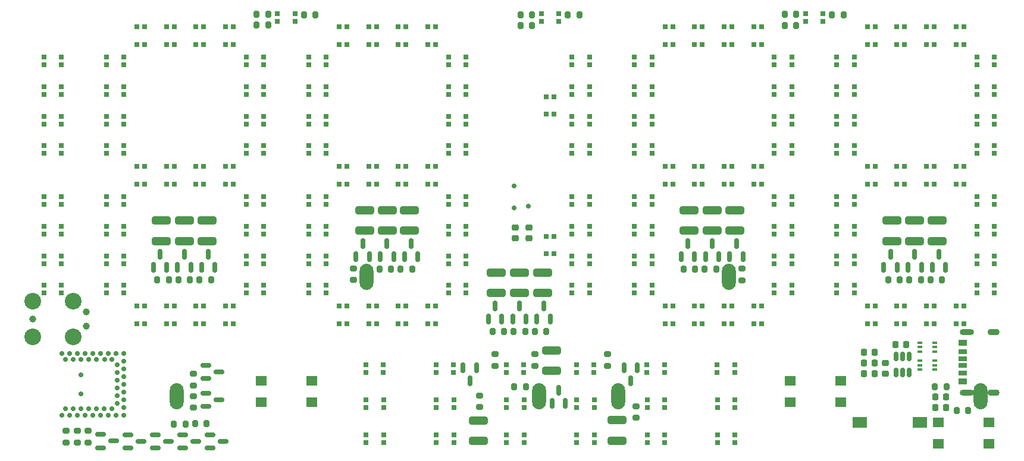
<source format=gbr>
%TF.GenerationSoftware,KiCad,Pcbnew,(6.0.4)*%
%TF.CreationDate,2024-03-18T00:53:08-04:00*%
%TF.ProjectId,Scoreboard,53636f72-6562-46f6-9172-642e6b696361,rev?*%
%TF.SameCoordinates,Original*%
%TF.FileFunction,Soldermask,Top*%
%TF.FilePolarity,Negative*%
%FSLAX46Y46*%
G04 Gerber Fmt 4.6, Leading zero omitted, Abs format (unit mm)*
G04 Created by KiCad (PCBNEW (6.0.4)) date 2024-03-18 00:53:08*
%MOMM*%
%LPD*%
G01*
G04 APERTURE LIST*
G04 Aperture macros list*
%AMRoundRect*
0 Rectangle with rounded corners*
0 $1 Rounding radius*
0 $2 $3 $4 $5 $6 $7 $8 $9 X,Y pos of 4 corners*
0 Add a 4 corners polygon primitive as box body*
4,1,4,$2,$3,$4,$5,$6,$7,$8,$9,$2,$3,0*
0 Add four circle primitives for the rounded corners*
1,1,$1+$1,$2,$3*
1,1,$1+$1,$4,$5*
1,1,$1+$1,$6,$7*
1,1,$1+$1,$8,$9*
0 Add four rect primitives between the rounded corners*
20,1,$1+$1,$2,$3,$4,$5,0*
20,1,$1+$1,$4,$5,$6,$7,0*
20,1,$1+$1,$6,$7,$8,$9,0*
20,1,$1+$1,$8,$9,$2,$3,0*%
G04 Aperture macros list end*
%ADD10R,0.800000X0.700000*%
%ADD11RoundRect,0.200000X0.200000X0.275000X-0.200000X0.275000X-0.200000X-0.275000X0.200000X-0.275000X0*%
%ADD12RoundRect,0.150000X0.150000X-0.587500X0.150000X0.587500X-0.150000X0.587500X-0.150000X-0.587500X0*%
%ADD13R,1.600000X1.400000*%
%ADD14R,0.700000X0.800000*%
%ADD15RoundRect,0.225000X0.225000X0.250000X-0.225000X0.250000X-0.225000X-0.250000X0.225000X-0.250000X0*%
%ADD16RoundRect,0.250000X1.075000X-0.312500X1.075000X0.312500X-1.075000X0.312500X-1.075000X-0.312500X0*%
%ADD17RoundRect,0.150000X-0.587500X-0.150000X0.587500X-0.150000X0.587500X0.150000X-0.587500X0.150000X0*%
%ADD18R,0.647700X0.304800*%
%ADD19RoundRect,0.200000X-0.200000X-0.275000X0.200000X-0.275000X0.200000X0.275000X-0.200000X0.275000X0*%
%ADD20RoundRect,0.225000X-0.225000X-0.250000X0.225000X-0.250000X0.225000X0.250000X-0.225000X0.250000X0*%
%ADD21R,2.000000X1.500000*%
%ADD22RoundRect,0.200000X-0.275000X0.200000X-0.275000X-0.200000X0.275000X-0.200000X0.275000X0.200000X0*%
%ADD23RoundRect,0.150000X0.150000X-0.512500X0.150000X0.512500X-0.150000X0.512500X-0.150000X-0.512500X0*%
%ADD24RoundRect,0.150000X-0.150000X0.587500X-0.150000X-0.587500X0.150000X-0.587500X0.150000X0.587500X0*%
%ADD25RoundRect,0.200000X0.275000X-0.200000X0.275000X0.200000X-0.275000X0.200000X-0.275000X-0.200000X0*%
%ADD26RoundRect,0.102000X-0.200000X0.200000X-0.200000X-0.200000X0.200000X-0.200000X0.200000X0.200000X0*%
%ADD27RoundRect,0.102000X0.200000X0.200000X-0.200000X0.200000X-0.200000X-0.200000X0.200000X-0.200000X0*%
%ADD28RoundRect,0.218750X-0.256250X0.218750X-0.256250X-0.218750X0.256250X-0.218750X0.256250X0.218750X0*%
%ADD29RoundRect,0.225000X0.250000X-0.225000X0.250000X0.225000X-0.250000X0.225000X-0.250000X-0.225000X0*%
%ADD30RoundRect,0.225000X-0.250000X0.225000X-0.250000X-0.225000X0.250000X-0.225000X0.250000X0.225000X0*%
%ADD31RoundRect,0.250000X-1.075000X0.312500X-1.075000X-0.312500X1.075000X-0.312500X1.075000X0.312500X0*%
%ADD32R,1.160000X0.700000*%
%ADD33R,1.160000X0.800000*%
%ADD34R,1.160000X0.900000*%
%ADD35O,1.700000X0.900000*%
%ADD36O,2.000000X0.900000*%
%ADD37O,1.964000X3.724000*%
%ADD38C,2.374900*%
%ADD39C,0.991000*%
%ADD40C,0.700000*%
G04 APERTURE END LIST*
D10*
%TO.C,D81*%
X175500000Y-42500000D03*
X173000000Y-42500000D03*
X173000000Y-41400000D03*
X175500000Y-41400000D03*
%TD*%
D11*
%TO.C,R8*%
X176125000Y-32650000D03*
X174475000Y-32650000D03*
%TD*%
D10*
%TO.C,D84*%
X175500000Y-62400000D03*
X173000000Y-62400000D03*
X173000000Y-61300000D03*
X175500000Y-61300000D03*
%TD*%
%TO.C,D145*%
X106750000Y-49800000D03*
X109250000Y-49800000D03*
X109250000Y-50900000D03*
X106750000Y-50900000D03*
%TD*%
%TO.C,D30*%
X144200000Y-45600000D03*
X146700000Y-45600000D03*
X146700000Y-46700000D03*
X144200000Y-46700000D03*
%TD*%
D12*
%TO.C,Q25*%
X120350000Y-65625000D03*
X122250000Y-65625000D03*
X121300000Y-63750000D03*
%TD*%
D10*
%TO.C,D62*%
X153100000Y-37200000D03*
X155600000Y-37200000D03*
X155600000Y-38300000D03*
X153100000Y-38300000D03*
%TD*%
%TO.C,D60*%
X153100000Y-65500000D03*
X155600000Y-65500000D03*
X155600000Y-66600000D03*
X153100000Y-66600000D03*
%TD*%
D13*
%TO.C,SW4*%
X196325000Y-92275000D03*
X203525000Y-92275000D03*
X203525000Y-89275000D03*
X196325000Y-89275000D03*
%TD*%
D14*
%TO.C,D65*%
X158550000Y-32850000D03*
X158550000Y-35350000D03*
X157450000Y-35350000D03*
X157450000Y-32850000D03*
%TD*%
%TO.C,D68*%
X166950000Y-52750000D03*
X166950000Y-55250000D03*
X165850000Y-55250000D03*
X165850000Y-52750000D03*
%TD*%
D10*
%TO.C,D12*%
X127400000Y-87125000D03*
X124900000Y-87125000D03*
X124900000Y-86025000D03*
X127400000Y-86025000D03*
%TD*%
D15*
%TO.C,C8*%
X187275000Y-79275000D03*
X185725000Y-79275000D03*
%TD*%
D10*
%TO.C,D59*%
X153100000Y-61300000D03*
X155600000Y-61300000D03*
X155600000Y-62400000D03*
X153100000Y-62400000D03*
%TD*%
%TO.C,D135*%
X100350000Y-70800000D03*
X97850000Y-70800000D03*
X97850000Y-69700000D03*
X100350000Y-69700000D03*
%TD*%
D14*
%TO.C,D153*%
X111100000Y-75150000D03*
X111100000Y-72650000D03*
X112200000Y-72650000D03*
X112200000Y-75150000D03*
%TD*%
%TO.C,D69*%
X157450000Y-75150000D03*
X157450000Y-72650000D03*
X158550000Y-72650000D03*
X158550000Y-75150000D03*
%TD*%
D10*
%TO.C,D148*%
X106750000Y-69700000D03*
X109250000Y-69700000D03*
X109250000Y-70800000D03*
X106750000Y-70800000D03*
%TD*%
D12*
%TO.C,Q24*%
X116925000Y-65625000D03*
X118825000Y-65625000D03*
X117875000Y-63750000D03*
%TD*%
D10*
%TO.C,D36*%
X144200000Y-41400000D03*
X146700000Y-41400000D03*
X146700000Y-42500000D03*
X144200000Y-42500000D03*
%TD*%
%TO.C,D14*%
X69050000Y-49800000D03*
X71550000Y-49800000D03*
X71550000Y-50900000D03*
X69050000Y-50900000D03*
%TD*%
%TO.C,D114*%
X77950000Y-45600000D03*
X80450000Y-45600000D03*
X80450000Y-46700000D03*
X77950000Y-46700000D03*
%TD*%
D16*
%TO.C,R27*%
X189750000Y-63400000D03*
X189750000Y-60475000D03*
%TD*%
D11*
%TO.C,R47*%
X164750000Y-67375000D03*
X163100000Y-67375000D03*
%TD*%
D10*
%TO.C,D90*%
X181900000Y-41400000D03*
X184400000Y-41400000D03*
X184400000Y-42500000D03*
X181900000Y-42500000D03*
%TD*%
%TO.C,D80*%
X175500000Y-70800000D03*
X173000000Y-70800000D03*
X173000000Y-69700000D03*
X175500000Y-69700000D03*
%TD*%
%TO.C,D141*%
X106750000Y-37200000D03*
X109250000Y-37200000D03*
X109250000Y-38300000D03*
X106750000Y-38300000D03*
%TD*%
%TO.C,D7*%
X69050000Y-69700000D03*
X71550000Y-69700000D03*
X71550000Y-70800000D03*
X69050000Y-70800000D03*
%TD*%
%TO.C,D15*%
X69050000Y-65500000D03*
X71550000Y-65500000D03*
X71550000Y-66600000D03*
X69050000Y-66600000D03*
%TD*%
D17*
%TO.C,Q7*%
X88775000Y-90975000D03*
X88775000Y-92875000D03*
X90650000Y-91925000D03*
%TD*%
D10*
%TO.C,D165*%
X129150000Y-46700000D03*
X126650000Y-46700000D03*
X126650000Y-45600000D03*
X129150000Y-45600000D03*
%TD*%
D14*
%TO.C,D121*%
X83400000Y-32850000D03*
X83400000Y-35350000D03*
X82300000Y-35350000D03*
X82300000Y-32850000D03*
%TD*%
D17*
%TO.C,Q2*%
X92675000Y-90975000D03*
X92675000Y-92875000D03*
X94550000Y-91925000D03*
%TD*%
D18*
%TO.C,U3*%
X195820100Y-79150000D03*
X195820100Y-78500001D03*
X195820100Y-77850002D03*
X193750000Y-77850002D03*
X193750000Y-78500001D03*
X193750000Y-79150000D03*
%TD*%
D11*
%TO.C,R53*%
X89850000Y-68875000D03*
X88200000Y-68875000D03*
%TD*%
D10*
%TO.C,D142*%
X106750000Y-45600000D03*
X109250000Y-45600000D03*
X109250000Y-46700000D03*
X106750000Y-46700000D03*
%TD*%
D19*
%TO.C,R39*%
X87575000Y-89450000D03*
X89225000Y-89450000D03*
%TD*%
D20*
%TO.C,C1*%
X195925000Y-85625000D03*
X197475000Y-85625000D03*
%TD*%
D10*
%TO.C,D57*%
X153100000Y-45600000D03*
X155600000Y-45600000D03*
X155600000Y-46700000D03*
X153100000Y-46700000D03*
%TD*%
%TO.C,D17*%
X137400000Y-87125000D03*
X134900000Y-87125000D03*
X134900000Y-86025000D03*
X137400000Y-86025000D03*
%TD*%
%TO.C,D79*%
X175500000Y-66600000D03*
X173000000Y-66600000D03*
X173000000Y-65500000D03*
X175500000Y-65500000D03*
%TD*%
D14*
%TO.C,D132*%
X94900000Y-75150000D03*
X94900000Y-72650000D03*
X96000000Y-72650000D03*
X96000000Y-75150000D03*
%TD*%
D12*
%TO.C,Q12*%
X139225000Y-74525000D03*
X141125000Y-74525000D03*
X140175000Y-72650000D03*
%TD*%
%TO.C,Q19*%
X195450000Y-67125000D03*
X197350000Y-67125000D03*
X196400000Y-65250000D03*
%TD*%
D11*
%TO.C,R57*%
X121475000Y-67375000D03*
X119825000Y-67375000D03*
%TD*%
D16*
%TO.C,R30*%
X114700000Y-61900000D03*
X114700000Y-58975000D03*
%TD*%
D10*
%TO.C,D106*%
X204300000Y-42500000D03*
X201800000Y-42500000D03*
X201800000Y-41400000D03*
X204300000Y-41400000D03*
%TD*%
%TO.C,D21*%
X147400000Y-92125000D03*
X144900000Y-92125000D03*
X144900000Y-91025000D03*
X147400000Y-91025000D03*
%TD*%
%TO.C,D119*%
X77950000Y-69700000D03*
X80450000Y-69700000D03*
X80450000Y-70800000D03*
X77950000Y-70800000D03*
%TD*%
%TO.C,D58*%
X153100000Y-41400000D03*
X155600000Y-41400000D03*
X155600000Y-42500000D03*
X153100000Y-42500000D03*
%TD*%
D14*
%TO.C,D71*%
X162750000Y-32850000D03*
X162750000Y-35350000D03*
X161650000Y-35350000D03*
X161650000Y-32850000D03*
%TD*%
%TO.C,D22*%
X141650000Y-42800000D03*
X141650000Y-45300000D03*
X140550000Y-45300000D03*
X140550000Y-42800000D03*
%TD*%
D12*
%TO.C,Q17*%
X188575000Y-67125000D03*
X190475000Y-67125000D03*
X189525000Y-65250000D03*
%TD*%
D14*
%TO.C,D152*%
X120600000Y-52750000D03*
X120600000Y-55250000D03*
X119500000Y-55250000D03*
X119500000Y-52750000D03*
%TD*%
D21*
%TO.C,BZ1*%
X185175000Y-89252939D03*
X193675000Y-89252939D03*
%TD*%
D20*
%TO.C,C7*%
X195925000Y-87125000D03*
X197475000Y-87125000D03*
%TD*%
D18*
%TO.C,U4*%
X195820100Y-81724998D03*
X195820100Y-81074999D03*
X195820100Y-80425000D03*
X193750000Y-80425000D03*
X193750000Y-81074999D03*
X193750000Y-81724998D03*
%TD*%
D14*
%TO.C,D66*%
X158550000Y-52750000D03*
X158550000Y-55250000D03*
X157450000Y-55250000D03*
X157450000Y-52750000D03*
%TD*%
D10*
%TO.C,D144*%
X106750000Y-65500000D03*
X109250000Y-65500000D03*
X109250000Y-66600000D03*
X106750000Y-66600000D03*
%TD*%
D12*
%TO.C,Q20*%
X84625000Y-67125000D03*
X86525000Y-67125000D03*
X85575000Y-65250000D03*
%TD*%
D11*
%TO.C,R5*%
X138550000Y-32650000D03*
X136900000Y-32650000D03*
%TD*%
D14*
%TO.C,D150*%
X112200000Y-52750000D03*
X112200000Y-55250000D03*
X111100000Y-55250000D03*
X111100000Y-52750000D03*
%TD*%
%TO.C,D131*%
X86500000Y-75150000D03*
X86500000Y-72650000D03*
X87600000Y-72650000D03*
X87600000Y-75150000D03*
%TD*%
D11*
%TO.C,R6*%
X176125000Y-31050000D03*
X174475000Y-31050000D03*
%TD*%
D10*
%TO.C,D108*%
X204300000Y-58200000D03*
X201800000Y-58200000D03*
X201800000Y-57100000D03*
X204300000Y-57100000D03*
%TD*%
D14*
%TO.C,D72*%
X162750000Y-52750000D03*
X162750000Y-55250000D03*
X161650000Y-55250000D03*
X161650000Y-52750000D03*
%TD*%
D10*
%TO.C,D163*%
X129150000Y-70800000D03*
X126650000Y-70800000D03*
X126650000Y-69700000D03*
X129150000Y-69700000D03*
%TD*%
D17*
%TO.C,Q3*%
X84875000Y-90975000D03*
X84875000Y-92875000D03*
X86750000Y-91925000D03*
%TD*%
D10*
%TO.C,D112*%
X204300000Y-66600000D03*
X201800000Y-66600000D03*
X201800000Y-65500000D03*
X204300000Y-65500000D03*
%TD*%
D14*
%TO.C,D123*%
X91800000Y-32850000D03*
X91800000Y-35350000D03*
X90700000Y-35350000D03*
X90700000Y-32850000D03*
%TD*%
%TO.C,D23*%
X141650000Y-62700000D03*
X141650000Y-65200000D03*
X140550000Y-65200000D03*
X140550000Y-62700000D03*
%TD*%
D13*
%TO.C,SW2*%
X175225000Y-86325000D03*
X182425000Y-86325000D03*
X182425000Y-83325000D03*
X175225000Y-83325000D03*
%TD*%
D10*
%TO.C,D35*%
X177425000Y-31025000D03*
X179925000Y-31025000D03*
X179925000Y-32125000D03*
X177425000Y-32125000D03*
%TD*%
D17*
%TO.C,Q6*%
X77100000Y-90950000D03*
X77100000Y-92850000D03*
X78975000Y-91900000D03*
%TD*%
D16*
%TO.C,R24*%
X160875000Y-61900000D03*
X160875000Y-58975000D03*
%TD*%
D22*
%TO.C,R19*%
X133275000Y-79525000D03*
X133275000Y-81175000D03*
%TD*%
D10*
%TO.C,D29*%
X144200000Y-57100000D03*
X146700000Y-57100000D03*
X146700000Y-58200000D03*
X144200000Y-58200000D03*
%TD*%
D14*
%TO.C,D100*%
X191550000Y-52750000D03*
X191550000Y-55250000D03*
X190450000Y-55250000D03*
X190450000Y-52750000D03*
%TD*%
D11*
%TO.C,R44*%
X140550000Y-76275000D03*
X138900000Y-76275000D03*
%TD*%
%TO.C,R3*%
X138550000Y-31125000D03*
X136900000Y-31125000D03*
%TD*%
D10*
%TO.C,D38*%
X144200000Y-49800000D03*
X146700000Y-49800000D03*
X146700000Y-50900000D03*
X144200000Y-50900000D03*
%TD*%
D14*
%TO.C,D149*%
X112200000Y-32850000D03*
X112200000Y-35350000D03*
X111100000Y-35350000D03*
X111100000Y-32850000D03*
%TD*%
D10*
%TO.C,D91*%
X181900000Y-57100000D03*
X184400000Y-57100000D03*
X184400000Y-58200000D03*
X181900000Y-58200000D03*
%TD*%
D19*
%TO.C,R13*%
X106075000Y-31150000D03*
X107725000Y-31150000D03*
%TD*%
D23*
%TO.C,U1*%
X190300000Y-82125000D03*
X191250000Y-82125000D03*
X192200000Y-82125000D03*
X192200000Y-79850000D03*
X191250000Y-79850000D03*
X190300000Y-79850000D03*
%TD*%
D10*
%TO.C,D161*%
X129150000Y-42500000D03*
X126650000Y-42500000D03*
X126650000Y-41400000D03*
X129150000Y-41400000D03*
%TD*%
%TO.C,D24*%
X139825000Y-31025000D03*
X142325000Y-31025000D03*
X142325000Y-32125000D03*
X139825000Y-32125000D03*
%TD*%
D17*
%TO.C,Q5*%
X92075000Y-81075000D03*
X92075000Y-82975000D03*
X93950000Y-82025000D03*
%TD*%
D24*
%TO.C,Q13*%
X153500000Y-81425000D03*
X151600000Y-81425000D03*
X152550000Y-83300000D03*
%TD*%
D11*
%TO.C,R54*%
X92850000Y-68875000D03*
X91200000Y-68875000D03*
%TD*%
D10*
%TO.C,D9*%
X69050000Y-41400000D03*
X71550000Y-41400000D03*
X71550000Y-42500000D03*
X69050000Y-42500000D03*
%TD*%
D16*
%TO.C,R28*%
X192975000Y-63400000D03*
X192975000Y-60475000D03*
%TD*%
D10*
%TO.C,D115*%
X77950000Y-57100000D03*
X80450000Y-57100000D03*
X80450000Y-58200000D03*
X77950000Y-58200000D03*
%TD*%
D19*
%TO.C,R4*%
X143600000Y-31150000D03*
X145250000Y-31150000D03*
%TD*%
D10*
%TO.C,D83*%
X175500000Y-58200000D03*
X173000000Y-58200000D03*
X173000000Y-57100000D03*
X175500000Y-57100000D03*
%TD*%
D14*
%TO.C,D154*%
X119500000Y-75150000D03*
X119500000Y-72650000D03*
X120600000Y-72650000D03*
X120600000Y-75150000D03*
%TD*%
D22*
%TO.C,R15*%
X138950000Y-79525000D03*
X138950000Y-81175000D03*
%TD*%
%TO.C,R45*%
X153350000Y-86925000D03*
X153350000Y-88575000D03*
%TD*%
D10*
%TO.C,D167*%
X129150000Y-66600000D03*
X126650000Y-66600000D03*
X126650000Y-65500000D03*
X129150000Y-65500000D03*
%TD*%
D22*
%TO.C,R36*%
X90325000Y-85475000D03*
X90325000Y-87125000D03*
%TD*%
D10*
%TO.C,D34*%
X167400000Y-92125000D03*
X164900000Y-92125000D03*
X164900000Y-91025000D03*
X167400000Y-91025000D03*
%TD*%
D15*
%TO.C,C2*%
X191800000Y-78150000D03*
X190250000Y-78150000D03*
%TD*%
D11*
%TO.C,R1*%
X197500000Y-84125000D03*
X195850000Y-84125000D03*
%TD*%
D10*
%TO.C,D146*%
X106750000Y-41400000D03*
X109250000Y-41400000D03*
X109250000Y-42500000D03*
X106750000Y-42500000D03*
%TD*%
D11*
%TO.C,R50*%
X193850000Y-68875000D03*
X192200000Y-68875000D03*
%TD*%
D14*
%TO.C,D67*%
X166950000Y-32850000D03*
X166950000Y-35350000D03*
X165850000Y-35350000D03*
X165850000Y-32850000D03*
%TD*%
D10*
%TO.C,D25*%
X157350000Y-82125000D03*
X154850000Y-82125000D03*
X154850000Y-81025000D03*
X157350000Y-81025000D03*
%TD*%
D14*
%TO.C,D74*%
X171150000Y-52750000D03*
X171150000Y-55250000D03*
X170050000Y-55250000D03*
X170050000Y-52750000D03*
%TD*%
D11*
%TO.C,R51*%
X196850000Y-68875000D03*
X195200000Y-68875000D03*
%TD*%
D14*
%TO.C,D98*%
X194650000Y-75150000D03*
X194650000Y-72650000D03*
X195750000Y-72650000D03*
X195750000Y-75150000D03*
%TD*%
D10*
%TO.C,D11*%
X127350000Y-82125000D03*
X124850000Y-82125000D03*
X124850000Y-81025000D03*
X127350000Y-81025000D03*
%TD*%
%TO.C,D147*%
X106750000Y-57100000D03*
X109250000Y-57100000D03*
X109250000Y-58200000D03*
X106750000Y-58200000D03*
%TD*%
D12*
%TO.C,Q18*%
X192025000Y-67125000D03*
X193925000Y-67125000D03*
X192975000Y-65250000D03*
%TD*%
D10*
%TO.C,D78*%
X175500000Y-50900000D03*
X173000000Y-50900000D03*
X173000000Y-49800000D03*
X175500000Y-49800000D03*
%TD*%
%TO.C,D105*%
X204300000Y-38300000D03*
X201800000Y-38300000D03*
X201800000Y-37200000D03*
X204300000Y-37200000D03*
%TD*%
D25*
%TO.C,R37*%
X90325000Y-83975000D03*
X90325000Y-82325000D03*
%TD*%
D10*
%TO.C,D10*%
X69050000Y-61300000D03*
X71550000Y-61300000D03*
X71550000Y-62400000D03*
X69050000Y-62400000D03*
%TD*%
D12*
%TO.C,Q22*%
X91500000Y-67125000D03*
X93400000Y-67125000D03*
X92450000Y-65250000D03*
%TD*%
D11*
%TO.C,R2*%
X200575000Y-87525000D03*
X198925000Y-87525000D03*
%TD*%
D10*
%TO.C,D77*%
X175500000Y-38300000D03*
X173000000Y-38300000D03*
X173000000Y-37200000D03*
X175500000Y-37200000D03*
%TD*%
%TO.C,D61*%
X153100000Y-49800000D03*
X155600000Y-49800000D03*
X155600000Y-50900000D03*
X153100000Y-50900000D03*
%TD*%
%TO.C,D33*%
X167400000Y-87125000D03*
X164900000Y-87125000D03*
X164900000Y-86025000D03*
X167400000Y-86025000D03*
%TD*%
D11*
%TO.C,R49*%
X190850000Y-68875000D03*
X189200000Y-68875000D03*
%TD*%
D14*
%TO.C,D73*%
X171150000Y-32850000D03*
X171150000Y-35350000D03*
X170050000Y-35350000D03*
X170050000Y-32850000D03*
%TD*%
D10*
%TO.C,D138*%
X100350000Y-50900000D03*
X97850000Y-50900000D03*
X97850000Y-49800000D03*
X100350000Y-49800000D03*
%TD*%
D17*
%TO.C,Q4*%
X92075000Y-85075000D03*
X92075000Y-86975000D03*
X93950000Y-86025000D03*
%TD*%
D10*
%TO.C,D19*%
X147350000Y-82125000D03*
X144850000Y-82125000D03*
X144850000Y-81025000D03*
X147350000Y-81025000D03*
%TD*%
D14*
%TO.C,D130*%
X91800000Y-52750000D03*
X91800000Y-55250000D03*
X90700000Y-55250000D03*
X90700000Y-52750000D03*
%TD*%
D22*
%TO.C,R17*%
X149250000Y-79525000D03*
X149250000Y-81175000D03*
%TD*%
D14*
%TO.C,D126*%
X90700000Y-75150000D03*
X90700000Y-72650000D03*
X91800000Y-72650000D03*
X91800000Y-75150000D03*
%TD*%
D15*
%TO.C,C3*%
X187300000Y-82275000D03*
X185750000Y-82275000D03*
%TD*%
D10*
%TO.C,D1*%
X117350000Y-82125000D03*
X114850000Y-82125000D03*
X114850000Y-81025000D03*
X117350000Y-81025000D03*
%TD*%
D14*
%TO.C,D155*%
X116400000Y-32850000D03*
X116400000Y-35350000D03*
X115300000Y-35350000D03*
X115300000Y-32850000D03*
%TD*%
D10*
%TO.C,D107*%
X204300000Y-70800000D03*
X201800000Y-70800000D03*
X201800000Y-69700000D03*
X204300000Y-69700000D03*
%TD*%
%TO.C,D82*%
X175500000Y-46700000D03*
X173000000Y-46700000D03*
X173000000Y-45600000D03*
X175500000Y-45600000D03*
%TD*%
%TO.C,D5*%
X69050000Y-57100000D03*
X71550000Y-57100000D03*
X71550000Y-58200000D03*
X69050000Y-58200000D03*
%TD*%
%TO.C,D110*%
X204300000Y-46700000D03*
X201800000Y-46700000D03*
X201800000Y-45600000D03*
X204300000Y-45600000D03*
%TD*%
D25*
%TO.C,R55*%
X113075000Y-68950000D03*
X113075000Y-67300000D03*
%TD*%
D14*
%TO.C,D76*%
X170050000Y-75150000D03*
X170050000Y-72650000D03*
X171150000Y-72650000D03*
X171150000Y-75150000D03*
%TD*%
D16*
%TO.C,R22*%
X140000000Y-70800000D03*
X140000000Y-67875000D03*
%TD*%
D10*
%TO.C,D2*%
X117400000Y-87125000D03*
X114900000Y-87125000D03*
X114900000Y-86025000D03*
X117400000Y-86025000D03*
%TD*%
D24*
%TO.C,Q11*%
X130625000Y-81425000D03*
X128725000Y-81425000D03*
X129675000Y-83300000D03*
%TD*%
D14*
%TO.C,D122*%
X83400000Y-52750000D03*
X83400000Y-55250000D03*
X82300000Y-55250000D03*
X82300000Y-52750000D03*
%TD*%
D25*
%TO.C,R48*%
X168400000Y-69000000D03*
X168400000Y-67350000D03*
%TD*%
D10*
%TO.C,D133*%
X100350000Y-38300000D03*
X97850000Y-38300000D03*
X97850000Y-37200000D03*
X100350000Y-37200000D03*
%TD*%
%TO.C,D140*%
X100350000Y-62400000D03*
X97850000Y-62400000D03*
X97850000Y-61300000D03*
X100350000Y-61300000D03*
%TD*%
%TO.C,D18*%
X137400000Y-92125000D03*
X134900000Y-92125000D03*
X134900000Y-91025000D03*
X137400000Y-91025000D03*
%TD*%
%TO.C,D113*%
X77950000Y-49800000D03*
X80450000Y-49800000D03*
X80450000Y-50900000D03*
X77950000Y-50900000D03*
%TD*%
D14*
%TO.C,D160*%
X123700000Y-75150000D03*
X123700000Y-72650000D03*
X124800000Y-72650000D03*
X124800000Y-75150000D03*
%TD*%
%TO.C,D128*%
X96000000Y-52750000D03*
X96000000Y-55250000D03*
X94900000Y-55250000D03*
X94900000Y-52750000D03*
%TD*%
D10*
%TO.C,D134*%
X100350000Y-42500000D03*
X97850000Y-42500000D03*
X97850000Y-41400000D03*
X100350000Y-41400000D03*
%TD*%
%TO.C,D31*%
X144200000Y-61300000D03*
X146700000Y-61300000D03*
X146700000Y-62400000D03*
X144200000Y-62400000D03*
%TD*%
D11*
%TO.C,R40*%
X137550000Y-76275000D03*
X135900000Y-76275000D03*
%TD*%
D26*
%TO.C,U2*%
X71609600Y-88192750D03*
D27*
X72159600Y-87292750D03*
X72709600Y-88192750D03*
X73259600Y-87292750D03*
X73809600Y-88192750D03*
X74359600Y-87292750D03*
X74909600Y-88192750D03*
D26*
X75459600Y-87292750D03*
D27*
X76009600Y-88192750D03*
X76559600Y-87292750D03*
X77109600Y-88192750D03*
X77659600Y-87292750D03*
X78209600Y-88192750D03*
X78759600Y-87292750D03*
X79309600Y-88192750D03*
X80409600Y-88192750D03*
X80409600Y-87092750D03*
D26*
X79499600Y-86542750D03*
D27*
X80409600Y-85992750D03*
X79509600Y-85442750D03*
X80409600Y-84892750D03*
X79509600Y-84342750D03*
D26*
X80409600Y-83792750D03*
D27*
X79509600Y-83242750D03*
X80409600Y-82692750D03*
X79509600Y-82142750D03*
X80409600Y-81592750D03*
X79509600Y-81042750D03*
X80409600Y-80492750D03*
D26*
X80409600Y-79392750D03*
D27*
X79309600Y-79392750D03*
X78759600Y-80292750D03*
X78209600Y-79392750D03*
X77749600Y-80292750D03*
X77109600Y-79392750D03*
X76559600Y-80292750D03*
X76009600Y-79392750D03*
X75459600Y-80292750D03*
X74909600Y-79392750D03*
X74359600Y-80292750D03*
X73809600Y-79392750D03*
X73259600Y-80292750D03*
X72709600Y-79392750D03*
X72159600Y-80292750D03*
X71609600Y-79392750D03*
X74359600Y-82442750D03*
X74359600Y-85142750D03*
%TD*%
D10*
%TO.C,D88*%
X181900000Y-65500000D03*
X184400000Y-65500000D03*
X184400000Y-66600000D03*
X181900000Y-66600000D03*
%TD*%
D28*
%TO.C,L1*%
X188775000Y-80750000D03*
X188775000Y-82325000D03*
%TD*%
D10*
%TO.C,D109*%
X204300000Y-50900000D03*
X201800000Y-50900000D03*
X201800000Y-49800000D03*
X204300000Y-49800000D03*
%TD*%
%TO.C,D85*%
X181900000Y-49800000D03*
X184400000Y-49800000D03*
X184400000Y-50900000D03*
X181900000Y-50900000D03*
%TD*%
D15*
%TO.C,C4*%
X187275000Y-80775000D03*
X185725000Y-80775000D03*
%TD*%
D10*
%TO.C,D20*%
X147400000Y-87125000D03*
X144900000Y-87125000D03*
X144900000Y-86025000D03*
X147400000Y-86025000D03*
%TD*%
D14*
%TO.C,D103*%
X190450000Y-75150000D03*
X190450000Y-72650000D03*
X191550000Y-72650000D03*
X191550000Y-75150000D03*
%TD*%
D11*
%TO.C,R46*%
X161750000Y-67375000D03*
X160100000Y-67375000D03*
%TD*%
D14*
%TO.C,D124*%
X87600000Y-52750000D03*
X87600000Y-55250000D03*
X86500000Y-55250000D03*
X86500000Y-52750000D03*
%TD*%
D10*
%TO.C,D86*%
X181900000Y-45600000D03*
X184400000Y-45600000D03*
X184400000Y-46700000D03*
X181900000Y-46700000D03*
%TD*%
D14*
%TO.C,D104*%
X198850000Y-75150000D03*
X198850000Y-72650000D03*
X199950000Y-72650000D03*
X199950000Y-75150000D03*
%TD*%
D16*
%TO.C,R26*%
X167375000Y-61900000D03*
X167375000Y-58975000D03*
%TD*%
D14*
%TO.C,D156*%
X116400000Y-52750000D03*
X116400000Y-55250000D03*
X115300000Y-55250000D03*
X115300000Y-52750000D03*
%TD*%
D16*
%TO.C,R11*%
X92300000Y-63400000D03*
X92300000Y-60475000D03*
%TD*%
D25*
%TO.C,R43*%
X131025000Y-87075000D03*
X131025000Y-85425000D03*
%TD*%
D29*
%TO.C,C5*%
X138125000Y-62975000D03*
X138125000Y-61425000D03*
%TD*%
D10*
%TO.C,D13*%
X127400000Y-92125000D03*
X124900000Y-92125000D03*
X124900000Y-91025000D03*
X127400000Y-91025000D03*
%TD*%
D16*
%TO.C,R20*%
X133450000Y-70800000D03*
X133450000Y-67875000D03*
%TD*%
D12*
%TO.C,Q14*%
X159750000Y-65625000D03*
X161650000Y-65625000D03*
X160700000Y-63750000D03*
%TD*%
D25*
%TO.C,R33*%
X73825000Y-92100000D03*
X73825000Y-90450000D03*
%TD*%
D14*
%TO.C,D125*%
X82300000Y-75150000D03*
X82300000Y-72650000D03*
X83400000Y-72650000D03*
X83400000Y-75150000D03*
%TD*%
D16*
%TO.C,R18*%
X141300000Y-81900000D03*
X141300000Y-78975000D03*
%TD*%
D14*
%TO.C,D75*%
X161650000Y-75150000D03*
X161650000Y-72650000D03*
X162750000Y-72650000D03*
X162750000Y-75150000D03*
%TD*%
D12*
%TO.C,Q23*%
X113475000Y-65625000D03*
X115375000Y-65625000D03*
X114425000Y-63750000D03*
%TD*%
D10*
%TO.C,D162*%
X129150000Y-38300000D03*
X126650000Y-38300000D03*
X126650000Y-37200000D03*
X129150000Y-37200000D03*
%TD*%
%TO.C,D87*%
X181900000Y-69700000D03*
X184400000Y-69700000D03*
X184400000Y-70800000D03*
X181900000Y-70800000D03*
%TD*%
D14*
%TO.C,D158*%
X124800000Y-52750000D03*
X124800000Y-55250000D03*
X123700000Y-55250000D03*
X123700000Y-52750000D03*
%TD*%
%TO.C,D101*%
X199950000Y-32850000D03*
X199950000Y-35350000D03*
X198850000Y-35350000D03*
X198850000Y-32850000D03*
%TD*%
D10*
%TO.C,D120*%
X77950000Y-65500000D03*
X80450000Y-65500000D03*
X80450000Y-66600000D03*
X77950000Y-66600000D03*
%TD*%
%TO.C,D118*%
X77950000Y-41400000D03*
X80450000Y-41400000D03*
X80450000Y-42500000D03*
X77950000Y-42500000D03*
%TD*%
%TO.C,D37*%
X144200000Y-69700000D03*
X146700000Y-69700000D03*
X146700000Y-70800000D03*
X144200000Y-70800000D03*
%TD*%
D14*
%TO.C,D96*%
X195750000Y-52750000D03*
X195750000Y-55250000D03*
X194650000Y-55250000D03*
X194650000Y-52750000D03*
%TD*%
D10*
%TO.C,D168*%
X129150000Y-62400000D03*
X126650000Y-62400000D03*
X126650000Y-61300000D03*
X129150000Y-61300000D03*
%TD*%
D16*
%TO.C,R9*%
X85750000Y-63400000D03*
X85750000Y-60475000D03*
%TD*%
D14*
%TO.C,D93*%
X187350000Y-32850000D03*
X187350000Y-35350000D03*
X186250000Y-35350000D03*
X186250000Y-32850000D03*
%TD*%
D16*
%TO.C,R16*%
X136725000Y-70800000D03*
X136725000Y-67875000D03*
%TD*%
%TO.C,R10*%
X89025000Y-63400000D03*
X89025000Y-60475000D03*
%TD*%
D25*
%TO.C,R35*%
X72250000Y-92100000D03*
X72250000Y-90450000D03*
%TD*%
D10*
%TO.C,D92*%
X181900000Y-61300000D03*
X184400000Y-61300000D03*
X184400000Y-62400000D03*
X181900000Y-62400000D03*
%TD*%
%TO.C,D164*%
X129150000Y-58200000D03*
X126650000Y-58200000D03*
X126650000Y-57100000D03*
X129150000Y-57100000D03*
%TD*%
%TO.C,D136*%
X100350000Y-66600000D03*
X97850000Y-66600000D03*
X97850000Y-65500000D03*
X100350000Y-65500000D03*
%TD*%
D11*
%TO.C,R12*%
X101000000Y-31075000D03*
X99350000Y-31075000D03*
%TD*%
D10*
%TO.C,D111*%
X204300000Y-62400000D03*
X201800000Y-62400000D03*
X201800000Y-61300000D03*
X204300000Y-61300000D03*
%TD*%
%TO.C,D39*%
X144200000Y-65500000D03*
X146700000Y-65500000D03*
X146700000Y-66600000D03*
X144200000Y-66600000D03*
%TD*%
D14*
%TO.C,D102*%
X199950000Y-52750000D03*
X199950000Y-55250000D03*
X198850000Y-55250000D03*
X198850000Y-52750000D03*
%TD*%
D10*
%TO.C,D3*%
X117400000Y-92125000D03*
X114900000Y-92125000D03*
X114900000Y-91025000D03*
X117400000Y-91025000D03*
%TD*%
%TO.C,D64*%
X153100000Y-69700000D03*
X155600000Y-69700000D03*
X155600000Y-70800000D03*
X153100000Y-70800000D03*
%TD*%
D13*
%TO.C,SW3*%
X100025000Y-86350000D03*
X107225000Y-86350000D03*
X107225000Y-83350000D03*
X100025000Y-83350000D03*
%TD*%
D10*
%TO.C,D137*%
X100350000Y-46700000D03*
X97850000Y-46700000D03*
X97850000Y-45600000D03*
X100350000Y-45600000D03*
%TD*%
%TO.C,D32*%
X167350000Y-82125000D03*
X164850000Y-82125000D03*
X164850000Y-81025000D03*
X167350000Y-81025000D03*
%TD*%
D16*
%TO.C,R32*%
X121075000Y-61900000D03*
X121075000Y-58975000D03*
%TD*%
D10*
%TO.C,D143*%
X106750000Y-61300000D03*
X109250000Y-61300000D03*
X109250000Y-62400000D03*
X106750000Y-62400000D03*
%TD*%
D12*
%TO.C,Q16*%
X166650000Y-65625000D03*
X168550000Y-65625000D03*
X167600000Y-63750000D03*
%TD*%
D10*
%TO.C,D6*%
X69050000Y-45600000D03*
X71550000Y-45600000D03*
X71550000Y-46700000D03*
X69050000Y-46700000D03*
%TD*%
D14*
%TO.C,D95*%
X195750000Y-32850000D03*
X195750000Y-35350000D03*
X194650000Y-35350000D03*
X194650000Y-32850000D03*
%TD*%
D11*
%TO.C,R52*%
X86850000Y-68875000D03*
X85200000Y-68875000D03*
%TD*%
D10*
%TO.C,D27*%
X157400000Y-92125000D03*
X154900000Y-92125000D03*
X154900000Y-91025000D03*
X157400000Y-91025000D03*
%TD*%
%TO.C,D16*%
X137350000Y-82125000D03*
X134850000Y-82125000D03*
X134850000Y-81025000D03*
X137350000Y-81025000D03*
%TD*%
D30*
%TO.C,C6*%
X136150000Y-61450000D03*
X136150000Y-63000000D03*
%TD*%
D10*
%TO.C,D139*%
X100350000Y-58200000D03*
X97850000Y-58200000D03*
X97850000Y-57100000D03*
X100350000Y-57100000D03*
%TD*%
%TO.C,D4*%
X69050000Y-37200000D03*
X71550000Y-37200000D03*
X71550000Y-38300000D03*
X69050000Y-38300000D03*
%TD*%
D14*
%TO.C,D129*%
X96000000Y-32850000D03*
X96000000Y-35350000D03*
X94900000Y-35350000D03*
X94900000Y-32850000D03*
%TD*%
D10*
%TO.C,D63*%
X153100000Y-57100000D03*
X155600000Y-57100000D03*
X155600000Y-58200000D03*
X153100000Y-58200000D03*
%TD*%
D16*
%TO.C,R29*%
X196200000Y-63400000D03*
X196200000Y-60475000D03*
%TD*%
D31*
%TO.C,R21*%
X130875000Y-88975000D03*
X130875000Y-91900000D03*
%TD*%
D14*
%TO.C,D159*%
X115300000Y-75150000D03*
X115300000Y-72650000D03*
X116400000Y-72650000D03*
X116400000Y-75150000D03*
%TD*%
D10*
%TO.C,D116*%
X77950000Y-61300000D03*
X80450000Y-61300000D03*
X80450000Y-62400000D03*
X77950000Y-62400000D03*
%TD*%
%TO.C,D8*%
X102275000Y-31025000D03*
X104775000Y-31025000D03*
X104775000Y-32125000D03*
X102275000Y-32125000D03*
%TD*%
%TO.C,D117*%
X77950000Y-37200000D03*
X80450000Y-37200000D03*
X80450000Y-38300000D03*
X77950000Y-38300000D03*
%TD*%
D12*
%TO.C,Q10*%
X132325000Y-74525000D03*
X134225000Y-74525000D03*
X133275000Y-72650000D03*
%TD*%
D10*
%TO.C,D28*%
X144200000Y-37200000D03*
X146700000Y-37200000D03*
X146700000Y-38300000D03*
X144200000Y-38300000D03*
%TD*%
D11*
%TO.C,R14*%
X101000000Y-32600000D03*
X99350000Y-32600000D03*
%TD*%
D19*
%TO.C,R34*%
X90575000Y-89425000D03*
X92225000Y-89425000D03*
%TD*%
D14*
%TO.C,D127*%
X87600000Y-32850000D03*
X87600000Y-35350000D03*
X86500000Y-35350000D03*
X86500000Y-32850000D03*
%TD*%
D17*
%TO.C,Q1*%
X81000000Y-90975000D03*
X81000000Y-92875000D03*
X82875000Y-91925000D03*
%TD*%
D10*
%TO.C,D26*%
X157400000Y-87125000D03*
X154900000Y-87125000D03*
X154900000Y-86025000D03*
X157400000Y-86025000D03*
%TD*%
D14*
%TO.C,D94*%
X187350000Y-52750000D03*
X187350000Y-55250000D03*
X186250000Y-55250000D03*
X186250000Y-52750000D03*
%TD*%
%TO.C,D70*%
X165850000Y-75150000D03*
X165850000Y-72650000D03*
X166950000Y-72650000D03*
X166950000Y-75150000D03*
%TD*%
D19*
%TO.C,R7*%
X181200000Y-31125000D03*
X182850000Y-31125000D03*
%TD*%
D14*
%TO.C,D97*%
X186250000Y-75150000D03*
X186250000Y-72650000D03*
X187350000Y-72650000D03*
X187350000Y-75150000D03*
%TD*%
D19*
%TO.C,R42*%
X132900000Y-76275000D03*
X134550000Y-76275000D03*
%TD*%
D11*
%TO.C,R56*%
X118475000Y-67375000D03*
X116825000Y-67375000D03*
%TD*%
D19*
%TO.C,R41*%
X136000000Y-84125000D03*
X137650000Y-84125000D03*
%TD*%
D14*
%TO.C,D151*%
X120600000Y-32850000D03*
X120600000Y-35350000D03*
X119500000Y-35350000D03*
X119500000Y-32850000D03*
%TD*%
%TO.C,D157*%
X124800000Y-32850000D03*
X124800000Y-35350000D03*
X123700000Y-35350000D03*
X123700000Y-32850000D03*
%TD*%
D31*
%TO.C,R23*%
X150575000Y-88925000D03*
X150575000Y-91850000D03*
%TD*%
D16*
%TO.C,R31*%
X117900000Y-61900000D03*
X117900000Y-58975000D03*
%TD*%
D12*
%TO.C,Q15*%
X163200000Y-65625000D03*
X165100000Y-65625000D03*
X164150000Y-63750000D03*
%TD*%
D14*
%TO.C,D99*%
X191550000Y-32850000D03*
X191550000Y-35350000D03*
X190450000Y-35350000D03*
X190450000Y-32850000D03*
%TD*%
D12*
%TO.C,Q21*%
X88075000Y-67125000D03*
X89975000Y-67125000D03*
X89025000Y-65250000D03*
%TD*%
D10*
%TO.C,D89*%
X181900000Y-37200000D03*
X184400000Y-37200000D03*
X184400000Y-38300000D03*
X181900000Y-38300000D03*
%TD*%
D32*
%TO.C,P1*%
X199815000Y-81150000D03*
D33*
X199815000Y-79130000D03*
D34*
X199815000Y-77900000D03*
D32*
X199815000Y-80150000D03*
D33*
X199815000Y-82170000D03*
D34*
X199815000Y-83400000D03*
D35*
X204195000Y-76330000D03*
D36*
X200395000Y-84970000D03*
D35*
X204195000Y-84970000D03*
D36*
X200395000Y-76330000D03*
%TD*%
D12*
%TO.C,Q9*%
X141350000Y-86525000D03*
X143250000Y-86525000D03*
X142300000Y-84650000D03*
%TD*%
D25*
%TO.C,R38*%
X75350000Y-92100000D03*
X75350000Y-90450000D03*
%TD*%
D10*
%TO.C,D166*%
X129150000Y-50900000D03*
X126650000Y-50900000D03*
X126650000Y-49800000D03*
X129150000Y-49800000D03*
%TD*%
D12*
%TO.C,Q8*%
X135775000Y-74525000D03*
X137675000Y-74525000D03*
X136725000Y-72650000D03*
%TD*%
D16*
%TO.C,R25*%
X164125000Y-61900000D03*
X164125000Y-58975000D03*
%TD*%
D37*
%TO.C,BT2*%
X202325000Y-85525000D03*
X150774998Y-85525000D03*
%TD*%
D38*
%TO.C,J1*%
X67475000Y-71945000D03*
X67475000Y-77025000D03*
X73190000Y-77025000D03*
D39*
X75095000Y-75500000D03*
X75095000Y-73470000D03*
X67475000Y-74485000D03*
D38*
X73190000Y-71945000D03*
%TD*%
D40*
%TO.C,AE1*%
X135975000Y-55550000D03*
X135975000Y-58650000D03*
X137975000Y-58450000D03*
%TD*%
D37*
%TO.C,BT1*%
X139550001Y-85525000D03*
X87999999Y-85525000D03*
%TD*%
%TO.C,BT3*%
X114974999Y-68500000D03*
X166525001Y-68500000D03*
%TD*%
M02*

</source>
